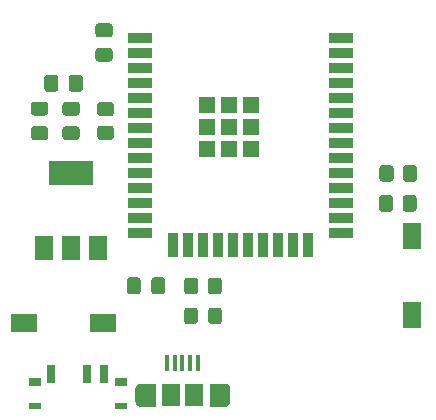
<source format=gtp>
G04 #@! TF.GenerationSoftware,KiCad,Pcbnew,(5.1.9)-1*
G04 #@! TF.CreationDate,2021-04-12T15:07:13+02:00*
G04 #@! TF.ProjectId,eerste_versie,65657273-7465-45f7-9665-727369652e6b,rev?*
G04 #@! TF.SameCoordinates,Original*
G04 #@! TF.FileFunction,Paste,Top*
G04 #@! TF.FilePolarity,Positive*
%FSLAX46Y46*%
G04 Gerber Fmt 4.6, Leading zero omitted, Abs format (unit mm)*
G04 Created by KiCad (PCBNEW (5.1.9)-1) date 2021-04-12 15:07:13*
%MOMM*%
%LPD*%
G01*
G04 APERTURE LIST*
%ADD10C,0.000100*%
%ADD11R,0.998220X0.797560*%
%ADD12R,0.998220X0.599440*%
%ADD13R,0.698500X1.498600*%
%ADD14R,0.400000X1.350000*%
%ADD15R,1.500000X1.900000*%
%ADD16R,2.300000X1.500000*%
%ADD17R,1.500000X2.300000*%
%ADD18R,3.800000X2.000000*%
%ADD19R,1.500000X2.000000*%
%ADD20R,2.000000X0.900000*%
%ADD21R,0.900000X2.000000*%
%ADD22R,1.330000X1.330000*%
G04 APERTURE END LIST*
D10*
G36*
X131653400Y-135905200D02*
G01*
X132853400Y-135905200D01*
X132853400Y-137805200D01*
X131653400Y-137805200D01*
X131628540Y-137804549D01*
X131603749Y-137802598D01*
X131579094Y-137799352D01*
X131554642Y-137794820D01*
X131530461Y-137789015D01*
X131506617Y-137781952D01*
X131483175Y-137773651D01*
X131460200Y-137764134D01*
X131437755Y-137753428D01*
X131415900Y-137741562D01*
X131394696Y-137728569D01*
X131374202Y-137714483D01*
X131354473Y-137699344D01*
X131335563Y-137683194D01*
X131317524Y-137666076D01*
X131300406Y-137648037D01*
X131284256Y-137629127D01*
X131269117Y-137609398D01*
X131255031Y-137588904D01*
X131242038Y-137567700D01*
X131230172Y-137545845D01*
X131219466Y-137523400D01*
X131209949Y-137500425D01*
X131201648Y-137476983D01*
X131194585Y-137453139D01*
X131188780Y-137428958D01*
X131184248Y-137404506D01*
X131181002Y-137379851D01*
X131179051Y-137355060D01*
X131178400Y-137330200D01*
X131178400Y-136380200D01*
X131179051Y-136355340D01*
X131181002Y-136330549D01*
X131184248Y-136305894D01*
X131188780Y-136281442D01*
X131194585Y-136257261D01*
X131201648Y-136233417D01*
X131209949Y-136209975D01*
X131219466Y-136187000D01*
X131230172Y-136164555D01*
X131242038Y-136142700D01*
X131255031Y-136121496D01*
X131269117Y-136101002D01*
X131284256Y-136081273D01*
X131300406Y-136062363D01*
X131317524Y-136044324D01*
X131335563Y-136027206D01*
X131354473Y-136011056D01*
X131374202Y-135995917D01*
X131394696Y-135981831D01*
X131415900Y-135968838D01*
X131437755Y-135956972D01*
X131460200Y-135946266D01*
X131483175Y-135936749D01*
X131506617Y-135928448D01*
X131530461Y-135921385D01*
X131554642Y-135915580D01*
X131579094Y-135911048D01*
X131603749Y-135907802D01*
X131628540Y-135905851D01*
X131653400Y-135905200D01*
G37*
X131653400Y-135905200D02*
X132853400Y-135905200D01*
X132853400Y-137805200D01*
X131653400Y-137805200D01*
X131628540Y-137804549D01*
X131603749Y-137802598D01*
X131579094Y-137799352D01*
X131554642Y-137794820D01*
X131530461Y-137789015D01*
X131506617Y-137781952D01*
X131483175Y-137773651D01*
X131460200Y-137764134D01*
X131437755Y-137753428D01*
X131415900Y-137741562D01*
X131394696Y-137728569D01*
X131374202Y-137714483D01*
X131354473Y-137699344D01*
X131335563Y-137683194D01*
X131317524Y-137666076D01*
X131300406Y-137648037D01*
X131284256Y-137629127D01*
X131269117Y-137609398D01*
X131255031Y-137588904D01*
X131242038Y-137567700D01*
X131230172Y-137545845D01*
X131219466Y-137523400D01*
X131209949Y-137500425D01*
X131201648Y-137476983D01*
X131194585Y-137453139D01*
X131188780Y-137428958D01*
X131184248Y-137404506D01*
X131181002Y-137379851D01*
X131179051Y-137355060D01*
X131178400Y-137330200D01*
X131178400Y-136380200D01*
X131179051Y-136355340D01*
X131181002Y-136330549D01*
X131184248Y-136305894D01*
X131188780Y-136281442D01*
X131194585Y-136257261D01*
X131201648Y-136233417D01*
X131209949Y-136209975D01*
X131219466Y-136187000D01*
X131230172Y-136164555D01*
X131242038Y-136142700D01*
X131255031Y-136121496D01*
X131269117Y-136101002D01*
X131284256Y-136081273D01*
X131300406Y-136062363D01*
X131317524Y-136044324D01*
X131335563Y-136027206D01*
X131354473Y-136011056D01*
X131374202Y-135995917D01*
X131394696Y-135981831D01*
X131415900Y-135968838D01*
X131437755Y-135956972D01*
X131460200Y-135946266D01*
X131483175Y-135936749D01*
X131506617Y-135928448D01*
X131530461Y-135921385D01*
X131554642Y-135915580D01*
X131579094Y-135911048D01*
X131603749Y-135907802D01*
X131628540Y-135905851D01*
X131653400Y-135905200D01*
G36*
X138653400Y-135905200D02*
G01*
X137453400Y-135905200D01*
X137453400Y-137805200D01*
X138653400Y-137805200D01*
X138678260Y-137804549D01*
X138703051Y-137802598D01*
X138727706Y-137799352D01*
X138752158Y-137794820D01*
X138776339Y-137789015D01*
X138800183Y-137781952D01*
X138823625Y-137773651D01*
X138846600Y-137764134D01*
X138869045Y-137753428D01*
X138890900Y-137741562D01*
X138912104Y-137728569D01*
X138932598Y-137714483D01*
X138952327Y-137699344D01*
X138971237Y-137683194D01*
X138989276Y-137666076D01*
X139006394Y-137648037D01*
X139022544Y-137629127D01*
X139037683Y-137609398D01*
X139051769Y-137588904D01*
X139064762Y-137567700D01*
X139076628Y-137545845D01*
X139087334Y-137523400D01*
X139096851Y-137500425D01*
X139105152Y-137476983D01*
X139112215Y-137453139D01*
X139118020Y-137428958D01*
X139122552Y-137404506D01*
X139125798Y-137379851D01*
X139127749Y-137355060D01*
X139128400Y-137330200D01*
X139128400Y-136380200D01*
X139127749Y-136355340D01*
X139125798Y-136330549D01*
X139122552Y-136305894D01*
X139118020Y-136281442D01*
X139112215Y-136257261D01*
X139105152Y-136233417D01*
X139096851Y-136209975D01*
X139087334Y-136187000D01*
X139076628Y-136164555D01*
X139064762Y-136142700D01*
X139051769Y-136121496D01*
X139037683Y-136101002D01*
X139022544Y-136081273D01*
X139006394Y-136062363D01*
X138989276Y-136044324D01*
X138971237Y-136027206D01*
X138952327Y-136011056D01*
X138932598Y-135995917D01*
X138912104Y-135981831D01*
X138890900Y-135968838D01*
X138869045Y-135956972D01*
X138846600Y-135946266D01*
X138823625Y-135936749D01*
X138800183Y-135928448D01*
X138776339Y-135921385D01*
X138752158Y-135915580D01*
X138727706Y-135911048D01*
X138703051Y-135907802D01*
X138678260Y-135905851D01*
X138653400Y-135905200D01*
G37*
X138653400Y-135905200D02*
X137453400Y-135905200D01*
X137453400Y-137805200D01*
X138653400Y-137805200D01*
X138678260Y-137804549D01*
X138703051Y-137802598D01*
X138727706Y-137799352D01*
X138752158Y-137794820D01*
X138776339Y-137789015D01*
X138800183Y-137781952D01*
X138823625Y-137773651D01*
X138846600Y-137764134D01*
X138869045Y-137753428D01*
X138890900Y-137741562D01*
X138912104Y-137728569D01*
X138932598Y-137714483D01*
X138952327Y-137699344D01*
X138971237Y-137683194D01*
X138989276Y-137666076D01*
X139006394Y-137648037D01*
X139022544Y-137629127D01*
X139037683Y-137609398D01*
X139051769Y-137588904D01*
X139064762Y-137567700D01*
X139076628Y-137545845D01*
X139087334Y-137523400D01*
X139096851Y-137500425D01*
X139105152Y-137476983D01*
X139112215Y-137453139D01*
X139118020Y-137428958D01*
X139122552Y-137404506D01*
X139125798Y-137379851D01*
X139127749Y-137355060D01*
X139128400Y-137330200D01*
X139128400Y-136380200D01*
X139127749Y-136355340D01*
X139125798Y-136330549D01*
X139122552Y-136305894D01*
X139118020Y-136281442D01*
X139112215Y-136257261D01*
X139105152Y-136233417D01*
X139096851Y-136209975D01*
X139087334Y-136187000D01*
X139076628Y-136164555D01*
X139064762Y-136142700D01*
X139051769Y-136121496D01*
X139037683Y-136101002D01*
X139022544Y-136081273D01*
X139006394Y-136062363D01*
X138989276Y-136044324D01*
X138971237Y-136027206D01*
X138952327Y-136011056D01*
X138932598Y-135995917D01*
X138912104Y-135981831D01*
X138890900Y-135968838D01*
X138869045Y-135956972D01*
X138846600Y-135946266D01*
X138823625Y-135936749D01*
X138800183Y-135928448D01*
X138776339Y-135921385D01*
X138752158Y-135915580D01*
X138727706Y-135911048D01*
X138703051Y-135907802D01*
X138678260Y-135905851D01*
X138653400Y-135905200D01*
D11*
X122651520Y-135742680D03*
D12*
X122651520Y-137840720D03*
D11*
X129951480Y-135742680D03*
D12*
X129951480Y-137840720D03*
D13*
X124053600Y-135094980D03*
X127050800Y-135094980D03*
X128549400Y-135094980D03*
G36*
G01*
X153032000Y-117659999D02*
X153032000Y-118560001D01*
G75*
G02*
X152782001Y-118810000I-249999J0D01*
G01*
X152081999Y-118810000D01*
G75*
G02*
X151832000Y-118560001I0J249999D01*
G01*
X151832000Y-117659999D01*
G75*
G02*
X152081999Y-117410000I249999J0D01*
G01*
X152782001Y-117410000D01*
G75*
G02*
X153032000Y-117659999I0J-249999D01*
G01*
G37*
G36*
G01*
X155032000Y-117659999D02*
X155032000Y-118560001D01*
G75*
G02*
X154782001Y-118810000I-249999J0D01*
G01*
X154081999Y-118810000D01*
G75*
G02*
X153832000Y-118560001I0J249999D01*
G01*
X153832000Y-117659999D01*
G75*
G02*
X154081999Y-117410000I249999J0D01*
G01*
X154782001Y-117410000D01*
G75*
G02*
X155032000Y-117659999I0J-249999D01*
G01*
G37*
G36*
G01*
X125255000Y-114115000D02*
X126205000Y-114115000D01*
G75*
G02*
X126455000Y-114365000I0J-250000D01*
G01*
X126455000Y-115040000D01*
G75*
G02*
X126205000Y-115290000I-250000J0D01*
G01*
X125255000Y-115290000D01*
G75*
G02*
X125005000Y-115040000I0J250000D01*
G01*
X125005000Y-114365000D01*
G75*
G02*
X125255000Y-114115000I250000J0D01*
G01*
G37*
G36*
G01*
X125255000Y-112040000D02*
X126205000Y-112040000D01*
G75*
G02*
X126455000Y-112290000I0J-250000D01*
G01*
X126455000Y-112965000D01*
G75*
G02*
X126205000Y-113215000I-250000J0D01*
G01*
X125255000Y-113215000D01*
G75*
G02*
X125005000Y-112965000I0J250000D01*
G01*
X125005000Y-112290000D01*
G75*
G02*
X125255000Y-112040000I250000J0D01*
G01*
G37*
G36*
G01*
X123538000Y-113215000D02*
X122588000Y-113215000D01*
G75*
G02*
X122338000Y-112965000I0J250000D01*
G01*
X122338000Y-112290000D01*
G75*
G02*
X122588000Y-112040000I250000J0D01*
G01*
X123538000Y-112040000D01*
G75*
G02*
X123788000Y-112290000I0J-250000D01*
G01*
X123788000Y-112965000D01*
G75*
G02*
X123538000Y-113215000I-250000J0D01*
G01*
G37*
G36*
G01*
X123538000Y-115290000D02*
X122588000Y-115290000D01*
G75*
G02*
X122338000Y-115040000I0J250000D01*
G01*
X122338000Y-114365000D01*
G75*
G02*
X122588000Y-114115000I250000J0D01*
G01*
X123538000Y-114115000D01*
G75*
G02*
X123788000Y-114365000I0J-250000D01*
G01*
X123788000Y-115040000D01*
G75*
G02*
X123538000Y-115290000I-250000J0D01*
G01*
G37*
D14*
X136453400Y-134180200D03*
X135803400Y-134180200D03*
X135153400Y-134180200D03*
X134503400Y-134180200D03*
X133853400Y-134180200D03*
D15*
X136153400Y-136855200D03*
X134153400Y-136855200D03*
D16*
X128445000Y-130810000D03*
X121745000Y-130810000D03*
D17*
X154559000Y-123396000D03*
X154559000Y-130096000D03*
G36*
G01*
X136506000Y-127184999D02*
X136506000Y-128085001D01*
G75*
G02*
X136256001Y-128335000I-249999J0D01*
G01*
X135555999Y-128335000D01*
G75*
G02*
X135306000Y-128085001I0J249999D01*
G01*
X135306000Y-127184999D01*
G75*
G02*
X135555999Y-126935000I249999J0D01*
G01*
X136256001Y-126935000D01*
G75*
G02*
X136506000Y-127184999I0J-249999D01*
G01*
G37*
G36*
G01*
X138506000Y-127184999D02*
X138506000Y-128085001D01*
G75*
G02*
X138256001Y-128335000I-249999J0D01*
G01*
X137555999Y-128335000D01*
G75*
G02*
X137306000Y-128085001I0J249999D01*
G01*
X137306000Y-127184999D01*
G75*
G02*
X137555999Y-126935000I249999J0D01*
G01*
X138256001Y-126935000D01*
G75*
G02*
X138506000Y-127184999I0J-249999D01*
G01*
G37*
G36*
G01*
X137356000Y-130625001D02*
X137356000Y-129724999D01*
G75*
G02*
X137605999Y-129475000I249999J0D01*
G01*
X138256001Y-129475000D01*
G75*
G02*
X138506000Y-129724999I0J-249999D01*
G01*
X138506000Y-130625001D01*
G75*
G02*
X138256001Y-130875000I-249999J0D01*
G01*
X137605999Y-130875000D01*
G75*
G02*
X137356000Y-130625001I0J249999D01*
G01*
G37*
G36*
G01*
X135306000Y-130625001D02*
X135306000Y-129724999D01*
G75*
G02*
X135555999Y-129475000I249999J0D01*
G01*
X136206001Y-129475000D01*
G75*
G02*
X136456000Y-129724999I0J-249999D01*
G01*
X136456000Y-130625001D01*
G75*
G02*
X136206001Y-130875000I-249999J0D01*
G01*
X135555999Y-130875000D01*
G75*
G02*
X135306000Y-130625001I0J249999D01*
G01*
G37*
G36*
G01*
X126720000Y-110015000D02*
X126720000Y-110965000D01*
G75*
G02*
X126470000Y-111215000I-250000J0D01*
G01*
X125795000Y-111215000D01*
G75*
G02*
X125545000Y-110965000I0J250000D01*
G01*
X125545000Y-110015000D01*
G75*
G02*
X125795000Y-109765000I250000J0D01*
G01*
X126470000Y-109765000D01*
G75*
G02*
X126720000Y-110015000I0J-250000D01*
G01*
G37*
G36*
G01*
X124645000Y-110015000D02*
X124645000Y-110965000D01*
G75*
G02*
X124395000Y-111215000I-250000J0D01*
G01*
X123720000Y-111215000D01*
G75*
G02*
X123470000Y-110965000I0J250000D01*
G01*
X123470000Y-110015000D01*
G75*
G02*
X123720000Y-109765000I250000J0D01*
G01*
X124395000Y-109765000D01*
G75*
G02*
X124645000Y-110015000I0J-250000D01*
G01*
G37*
G36*
G01*
X153000000Y-120199999D02*
X153000000Y-121100001D01*
G75*
G02*
X152750001Y-121350000I-249999J0D01*
G01*
X152049999Y-121350000D01*
G75*
G02*
X151800000Y-121100001I0J249999D01*
G01*
X151800000Y-120199999D01*
G75*
G02*
X152049999Y-119950000I249999J0D01*
G01*
X152750001Y-119950000D01*
G75*
G02*
X153000000Y-120199999I0J-249999D01*
G01*
G37*
G36*
G01*
X155000000Y-120199999D02*
X155000000Y-121100001D01*
G75*
G02*
X154750001Y-121350000I-249999J0D01*
G01*
X154049999Y-121350000D01*
G75*
G02*
X153800000Y-121100001I0J249999D01*
G01*
X153800000Y-120199999D01*
G75*
G02*
X154049999Y-119950000I249999J0D01*
G01*
X154750001Y-119950000D01*
G75*
G02*
X155000000Y-120199999I0J-249999D01*
G01*
G37*
G36*
G01*
X128049000Y-107489500D02*
X128999000Y-107489500D01*
G75*
G02*
X129249000Y-107739500I0J-250000D01*
G01*
X129249000Y-108414500D01*
G75*
G02*
X128999000Y-108664500I-250000J0D01*
G01*
X128049000Y-108664500D01*
G75*
G02*
X127799000Y-108414500I0J250000D01*
G01*
X127799000Y-107739500D01*
G75*
G02*
X128049000Y-107489500I250000J0D01*
G01*
G37*
G36*
G01*
X128049000Y-105414500D02*
X128999000Y-105414500D01*
G75*
G02*
X129249000Y-105664500I0J-250000D01*
G01*
X129249000Y-106339500D01*
G75*
G02*
X128999000Y-106589500I-250000J0D01*
G01*
X128049000Y-106589500D01*
G75*
G02*
X127799000Y-106339500I0J250000D01*
G01*
X127799000Y-105664500D01*
G75*
G02*
X128049000Y-105414500I250000J0D01*
G01*
G37*
G36*
G01*
X130455000Y-128110000D02*
X130455000Y-127160000D01*
G75*
G02*
X130705000Y-126910000I250000J0D01*
G01*
X131380000Y-126910000D01*
G75*
G02*
X131630000Y-127160000I0J-250000D01*
G01*
X131630000Y-128110000D01*
G75*
G02*
X131380000Y-128360000I-250000J0D01*
G01*
X130705000Y-128360000D01*
G75*
G02*
X130455000Y-128110000I0J250000D01*
G01*
G37*
G36*
G01*
X132530000Y-128110000D02*
X132530000Y-127160000D01*
G75*
G02*
X132780000Y-126910000I250000J0D01*
G01*
X133455000Y-126910000D01*
G75*
G02*
X133705000Y-127160000I0J-250000D01*
G01*
X133705000Y-128110000D01*
G75*
G02*
X133455000Y-128360000I-250000J0D01*
G01*
X132780000Y-128360000D01*
G75*
G02*
X132530000Y-128110000I0J250000D01*
G01*
G37*
D18*
X125730000Y-118110000D03*
D19*
X125730000Y-124410000D03*
X128030000Y-124410000D03*
X123430000Y-124410000D03*
D20*
X131590000Y-123190000D03*
X131590000Y-121920000D03*
X131590000Y-120650000D03*
X131590000Y-119380000D03*
X131590000Y-118110000D03*
X131590000Y-116840000D03*
X131590000Y-115570000D03*
X131590000Y-114300000D03*
X131590000Y-113030000D03*
X131590000Y-111760000D03*
X131590000Y-110490000D03*
X131590000Y-109220000D03*
X131590000Y-107950000D03*
X131590000Y-106680000D03*
X148590000Y-123190000D03*
X148590000Y-121920000D03*
X148590000Y-120650000D03*
X148590000Y-119380000D03*
X148590000Y-118110000D03*
X148590000Y-116840000D03*
X148590000Y-115570000D03*
X148590000Y-114300000D03*
X148590000Y-113030000D03*
X148590000Y-111760000D03*
X148590000Y-110490000D03*
X148590000Y-109220000D03*
X148590000Y-107950000D03*
X148590000Y-106680000D03*
D21*
X140725000Y-124190000D03*
X141995000Y-124190000D03*
X143265000Y-124190000D03*
X144535000Y-124190000D03*
X145805000Y-124190000D03*
X139455000Y-124190000D03*
X138185000Y-124190000D03*
X136915000Y-124190000D03*
X135645000Y-124190000D03*
X134375000Y-124190000D03*
D22*
X139090000Y-114180000D03*
X137255000Y-114180000D03*
X140925000Y-114180000D03*
X139090000Y-112345000D03*
X137255000Y-112345000D03*
X140925000Y-112345000D03*
X139090000Y-116015000D03*
X137255000Y-116015000D03*
X140925000Y-116015000D03*
G36*
G01*
X129101001Y-113265000D02*
X128200999Y-113265000D01*
G75*
G02*
X127951000Y-113015001I0J249999D01*
G01*
X127951000Y-112314999D01*
G75*
G02*
X128200999Y-112065000I249999J0D01*
G01*
X129101001Y-112065000D01*
G75*
G02*
X129351000Y-112314999I0J-249999D01*
G01*
X129351000Y-113015001D01*
G75*
G02*
X129101001Y-113265000I-249999J0D01*
G01*
G37*
G36*
G01*
X129101001Y-115265000D02*
X128200999Y-115265000D01*
G75*
G02*
X127951000Y-115015001I0J249999D01*
G01*
X127951000Y-114314999D01*
G75*
G02*
X128200999Y-114065000I249999J0D01*
G01*
X129101001Y-114065000D01*
G75*
G02*
X129351000Y-114314999I0J-249999D01*
G01*
X129351000Y-115015001D01*
G75*
G02*
X129101001Y-115265000I-249999J0D01*
G01*
G37*
M02*

</source>
